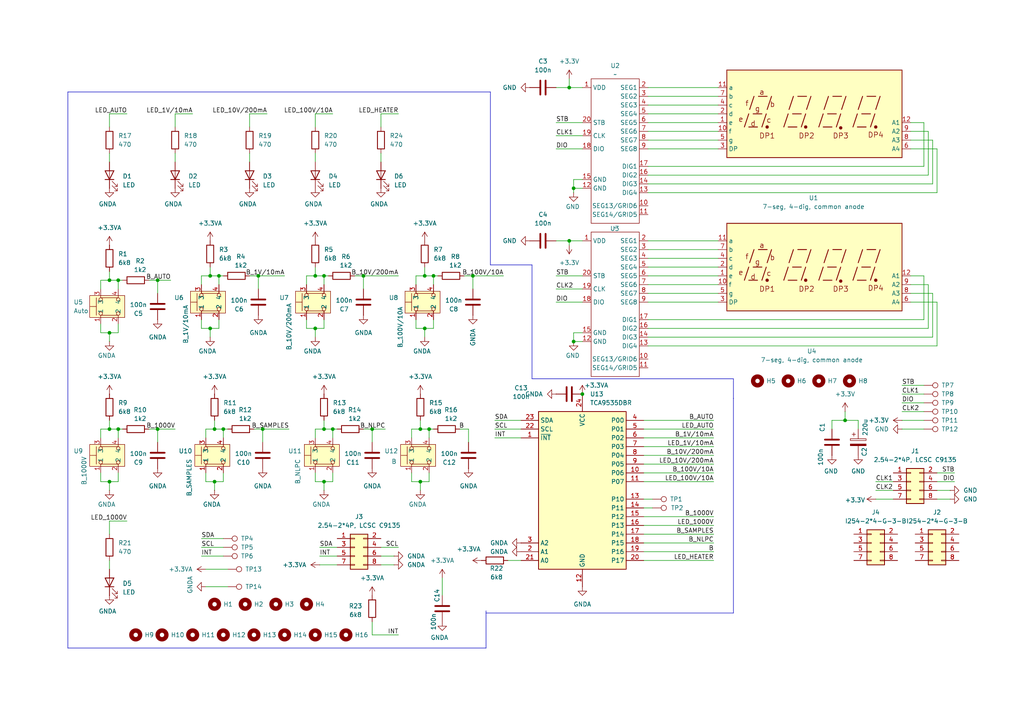
<source format=kicad_sch>
(kicad_sch (version 20231120) (generator "eeschema") (generator_version "8.0")
  (paper "A4")
  (lib_symbols
    (symbol "Connector:TestPoint" (pin_numbers hide) (pin_names (offset 0.762) hide)
      (property "Reference" "TP" (at 0 6.858 0))
      (property "Value" "TestPoint" (at 0 5.08 0))
      (symbol "TestPoint_1_1"
        (pin passive line (at 0 0 90) (length 2.54) (name "1") (number "1"))
      )
    )
    (symbol "Connector_Generic:Conn_02x04_Odd_Even" (pin_names (offset 1.016) hide)
      (property "Reference" "J" (at 1.27 5.08 0))
      (property "Value" "Conn_02x04_Odd_Even" (at 1.27 -7.62 0))
      (symbol "Conn_02x04_Odd_Even_1_1"
        (pin passive line (at -5.08 2.54 0) (length 3.81) (name "Pin_1") (number "1"))
        (pin passive line (at 7.62 2.54 180) (length 3.81) (name "Pin_2") (number "2"))
        (pin passive line (at -5.08 0 0) (length 3.81) (name "Pin_3") (number "3"))
        (pin passive line (at 7.62 0 180) (length 3.81) (name "Pin_4") (number "4"))
        (pin passive line (at -5.08 -2.54 0) (length 3.81) (name "Pin_5") (number "5"))
        (pin passive line (at 7.62 -2.54 180) (length 3.81) (name "Pin_6") (number "6"))
        (pin passive line (at -5.08 -5.08 0) (length 3.81) (name "Pin_7") (number "7"))
        (pin passive line (at 7.62 -5.08 180) (length 3.81) (name "Pin_8") (number "8"))
      )
    )
    (symbol "Device:C" (pin_numbers hide) (pin_names (offset 0.254))
      (property "Reference" "C" (at 0.635 2.54 0))
      (property "Value" "C" (at 0.635 -2.54 0))
      (symbol "C_1_1"
        (pin passive line (at 0 3.81 270) (length 2.794) (name "~") (number "1"))
        (pin passive line (at 0 -3.81 90) (length 2.794) (name "~") (number "2"))
      )
    )
    (symbol "Device:C_Polarized" (pin_numbers hide) (pin_names (offset 0.254))
      (property "Reference" "C" (at 0.635 2.54 0))
      (property "Value" "C_Polarized" (at 0.635 -2.54 0))
      (symbol "C_Polarized_1_1"
        (pin passive line (at 0 3.81 270) (length 2.794) (name "~") (number "1"))
        (pin passive line (at 0 -3.81 90) (length 2.794) (name "~") (number "2"))
      )
    )
    (symbol "Device:LED" (pin_numbers hide) (pin_names (offset 1.016) hide)
      (property "Reference" "D" (at 0 2.54 0))
      (property "Value" "LED" (at 0 -2.54 0))
      (symbol "LED_1_1"
        (pin passive line (at -3.81 0 0) (length 2.54) (name "K") (number "1"))
        (pin passive line (at 3.81 0 180) (length 2.54) (name "A") (number "2"))
      )
    )
    (symbol "Device:R" (pin_numbers hide) (pin_names (offset 0))
      (property "Reference" "R" (at 2.032 0 90))
      (property "Value" "R" (at 0 0 90))
      (symbol "R_1_1"
        (pin passive line (at 0 3.81 270) (length 1.27) (name "~") (number "1"))
        (pin passive line (at 0 -3.81 90) (length 1.27) (name "~") (number "2"))
      )
    )
    (symbol "Interface_Expansion:TCA9535DBR"
      (property "Reference" "U" (at -11.43 24.13 0))
      (property "Value" "TCA9535DBR" (at 0 0 0))
      (symbol "TCA9535DBR_1_1"
        (pin open_collector line (at -17.78 15.24 0) (length 5.08) (name "~{INT}") (number "1"))
        (pin bidirectional line (at 17.78 5.08 180) (length 5.08) (name "P06") (number "10"))
        (pin bidirectional line (at 17.78 2.54 180) (length 5.08) (name "P07") (number "11"))
        (pin power_in line (at 0 -27.94 90) (length 5.08) (name "GND") (number "12"))
        (pin bidirectional line (at 17.78 -2.54 180) (length 5.08) (name "P10") (number "13"))
        (pin bidirectional line (at 17.78 -5.08 180) (length 5.08) (name "P11") (number "14"))
        (pin bidirectional line (at 17.78 -7.62 180) (length 5.08) (name "P12") (number "15"))
        (pin bidirectional line (at 17.78 -10.16 180) (length 5.08) (name "P13") (number "16"))
        (pin bidirectional line (at 17.78 -12.7 180) (length 5.08) (name "P14") (number "17"))
        (pin bidirectional line (at 17.78 -15.24 180) (length 5.08) (name "P15") (number "18"))
        (pin bidirectional line (at 17.78 -17.78 180) (length 5.08) (name "P16") (number "19"))
        (pin input line (at -17.78 -17.78 0) (length 5.08) (name "A1") (number "2"))
        (pin bidirectional line (at 17.78 -20.32 180) (length 5.08) (name "P17") (number "20"))
        (pin input line (at -17.78 -20.32 0) (length 5.08) (name "A0") (number "21"))
        (pin input line (at -17.78 17.78 0) (length 5.08) (name "SCL") (number "22"))
        (pin bidirectional line (at -17.78 20.32 0) (length 5.08) (name "SDA") (number "23"))
        (pin power_in line (at 0 27.94 270) (length 5.08) (name "VCC") (number "24"))
        (pin input line (at -17.78 -15.24 0) (length 5.08) (name "A2") (number "3"))
        (pin bidirectional line (at 17.78 20.32 180) (length 5.08) (name "P00") (number "4"))
        (pin bidirectional line (at 17.78 17.78 180) (length 5.08) (name "P01") (number "5"))
        (pin bidirectional line (at 17.78 15.24 180) (length 5.08) (name "P02") (number "6"))
        (pin bidirectional line (at 17.78 12.7 180) (length 5.08) (name "P03") (number "7"))
        (pin bidirectional line (at 17.78 10.16 180) (length 5.08) (name "P04") (number "8"))
        (pin bidirectional line (at 17.78 7.62 180) (length 5.08) (name "P05") (number "9"))
      )
    )
    (symbol "Mechanical:MountingHole" (pin_names (offset 1.016)) (exclude_from_sim yes) (in_bom no)
      (property "Reference" "H" (at 0 5.08 0))
      (property "Value" "MountingHole" (at 0 3.175 0))
    )
    (symbol "Passives:7_segment,_4_dig,_0.4_inch_anode"
      (property "Reference" "U" (at -21.336 13.462 0))
      (property "Value" "7-seg, 4-dig, common anode" (at -4.064 13.716 0))
      (symbol "7_segment,_4_dig,_0.4_inch_anode_0_0"
        (text "a" (at -15.24 6.35 0) (effects (font (size 1.524 1.524))))
        (text "b" (at -12.192 2.794 0) (effects (font (size 1.524 1.524))))
        (text "c" (at -13.208 -1.778 0) (effects (font (size 1.524 1.524))))
        (text "d" (at -17.78 -2.794 0) (effects (font (size 1.524 1.524))))
        (text "DP1" (at -13.716 -6.35 0) (effects (font (size 1.524 1.524))))
        (text "DP2" (at -2.286 -6.35 0) (effects (font (size 1.524 1.524))))
        (text "DP3" (at 7.62 -6.35 0) (effects (font (size 1.524 1.524))))
        (text "DP4" (at 17.78 -6.096 0) (effects (font (size 1.524 1.524))))
        (text "e" (at -21.336 -1.524 0) (effects (font (size 1.524 1.524))))
        (text "f" (at -19.558 3.048 0) (effects (font (size 1.524 1.524))))
        (text "g" (at -16.51 1.524 0) (effects (font (size 1.524 1.524))))
      )
      (symbol "7_segment,_4_dig,_0.4_inch_anode_1_1"
        (pin input line (at -27.94 -2.54 0) (length 2.54) (name "e") (number "1"))
        (pin input line (at -27.94 -5.08 0) (length 2.54) (name "f") (number "10"))
        (pin input line (at -27.94 7.62 0) (length 2.54) (name "a") (number "11"))
        (pin input line (at 27.94 -2.54 180) (length 2.54) (name "A1") (number "12"))
        (pin input line (at -27.94 0 0) (length 2.54) (name "d") (number "2"))
        (pin input line (at -27.94 -10.16 0) (length 2.54) (name "DP") (number "3"))
        (pin input line (at -27.94 2.54 0) (length 2.54) (name "c") (number "4"))
        (pin input line (at -27.94 -7.62 0) (length 2.54) (name "g") (number "5"))
        (pin input line (at 27.94 -10.16 180) (length 2.54) (name "A4") (number "6"))
        (pin input line (at -27.94 5.08 0) (length 2.54) (name "b") (number "7"))
        (pin input line (at 27.94 -7.62 180) (length 2.54) (name "A3") (number "8"))
        (pin input line (at 27.94 -5.08 180) (length 2.54) (name "A2") (number "9"))
      )
    )
    (symbol "Passives:Tact_Button_SMD_Gold"
      (property "Reference" "U" (at 0.254 13.97 0))
      (property "Value" "Tact_Button_SMD_Gold" (at 0.254 13.97 0))
      (symbol "Tact_Button_SMD_Gold_0_1"
        (pin passive line (at -5.08 1.27 0) (length 2.54) (name "1") (number "1"))
        (pin passive line (at 5.08 -3.81 180) (length 2.54) (name "4") (number "4"))
      )
      (symbol "Tact_Button_SMD_Gold_1_1"
        (pin passive line (at -5.08 -3.81 0) (length 2.54) (name "2") (number "2"))
        (pin passive line (at 5.08 1.27 180) (length 2.54) (name "3") (number "3"))
      )
    )
    (symbol "lib:AIP1620"
      (property "Reference" "U" (at 0.508 25.4 0))
      (symbol "AIP1620_1_1"
        (pin power_in line (at -10.16 17.78 0) (length 2.54) (name "VDD") (number "1"))
        (pin output line (at 8.89 -16.51 180) (length 2.54) (name "SEG13/GRID6") (number "10"))
        (pin output line (at 8.89 -19.05 180) (length 2.54) (name "SEG14/GRID5") (number "11"))
        (pin power_out line (at -10.16 -11.43 0) (length 2.54) (name "GND") (number "12"))
        (pin output line (at 8.89 -12.7 180) (length 2.54) (name "DIG4") (number "13"))
        (pin output line (at 8.89 -10.16 180) (length 2.54) (name "DIG3") (number "14"))
        (pin power_out line (at -10.16 -8.89 0) (length 2.54) (name "GND") (number "15"))
        (pin output line (at 8.89 -7.62 180) (length 2.54) (name "DIG2") (number "16"))
        (pin output line (at 8.89 -5.08 180) (length 2.54) (name "DIG1") (number "17"))
        (pin input line (at -10.16 0 0) (length 2.54) (name "DIO") (number "18"))
        (pin input line (at -10.16 3.81 0) (length 2.54) (name "CLK") (number "19"))
        (pin output line (at 8.89 17.78 180) (length 2.54) (name "SEG1") (number "2"))
        (pin input line (at -10.16 7.62 0) (length 2.54) (name "STB") (number "20"))
        (pin output line (at 8.89 15.24 180) (length 2.54) (name "SEG2") (number "3"))
        (pin output line (at 8.89 12.7 180) (length 2.54) (name "SEG3") (number "4"))
        (pin output line (at 8.89 10.16 180) (length 2.54) (name "SEG4") (number "5"))
        (pin output line (at 8.89 7.62 180) (length 2.54) (name "SEG5") (number "6"))
        (pin output line (at 8.89 5.08 180) (length 2.54) (name "SEG6") (number "7"))
        (pin output line (at 8.89 2.54 180) (length 2.54) (name "SEG7") (number "8"))
        (pin output line (at 8.89 0 180) (length 2.54) (name "SEG8") (number "9"))
      )
    )
    (symbol "power:+3.3V" (power) (pin_numbers hide) (pin_names (offset 0) hide)
      (property "Value" "+3.3V" (at 0 3.556 0))
      (symbol "+3.3V_1_1"
        (pin power_in line (at 0 0 90) (length 0) (name "~") (number "1"))
      )
    )
    (symbol "power:+3.3VA" (power) (pin_numbers hide) (pin_names (offset 0) hide)
      (property "Value" "+3.3VA" (at 0 3.556 0))
      (symbol "+3.3VA_1_1"
        (pin power_in line (at 0 0 90) (length 0) (name "~") (number "1"))
      )
    )
    (symbol "power:GND" (power) (pin_numbers hide) (pin_names (offset 0) hide)
      (property "Value" "GND" (at 0 -3.81 0))
      (symbol "GND_1_1"
        (pin power_in line (at 0 0 270) (length 0) (name "~") (number "1"))
      )
    )
  )
  (junction (at 124.46 124.46))
  (junction (at 31.75 124.46))
  (junction (at 63.5 80.01))
  (junction (at 105.41 80.01))
  (junction (at 91.44 95.25))
  (junction (at 45.72 124.46))
  (junction (at 31.75 96.52))
  (junction (at 93.98 124.46))
  (junction (at 165.1 25.4))
  (junction (at 62.23 124.46))
  (junction (at 64.77 124.46))
  (junction (at 121.92 139.7))
  (junction (at 76.2 124.46))
  (junction (at 91.44 80.01))
  (junction (at 60.96 95.25))
  (junction (at 93.98 80.01))
  (junction (at 137.16 80.01))
  (junction (at 31.75 81.28))
  (junction (at 245.11 121.92))
  (junction (at 34.29 81.28))
  (junction (at 166.37 54.61))
  (junction (at 121.92 124.46))
  (junction (at 125.73 80.01))
  (junction (at 166.37 99.06))
  (junction (at 96.52 124.46))
  (junction (at 93.98 139.7))
  (junction (at 123.19 80.01))
  (junction (at 62.23 139.7))
  (junction (at 31.75 139.7))
  (junction (at 45.72 81.28))
  (junction (at 168.91 114.3))
  (junction (at 107.95 124.46))
  (junction (at 74.93 80.01))
  (junction (at 34.29 124.46))
  (junction (at 123.19 95.25))
  (junction (at 165.1 69.85))
  (junction (at 60.96 80.01))
  (wire (pts (xy 107.95 184.15) (xy 107.95 180.34)))
  (polyline (pts (xy 212.725 115.57) (xy 212.725 177.8)))
  (wire (pts (xy 72.39 36.83) (xy 72.39 33.02)))
  (wire (pts (xy 31.75 81.28) (xy 34.29 81.28)))
  (wire (pts (xy 92.71 161.29) (xy 97.79 161.29)))
  (wire (pts (xy 267.97 80.01) (xy 264.16 80.01)))
  (wire (pts (xy 166.37 96.52) (xy 166.37 99.06)))
  (wire (pts (xy 267.97 35.56) (xy 264.16 35.56)))
  (wire (pts (xy 107.95 124.46) (xy 111.76 124.46)))
  (wire (pts (xy 63.5 95.25) (xy 63.5 92.71)))
  (wire (pts (xy 124.46 124.46) (xy 125.73 124.46)))
  (wire (pts (xy 241.3 124.46) (xy 241.3 121.92)))
  (wire (pts (xy 119.38 137.16) (xy 119.38 139.7)))
  (wire (pts (xy 93.98 80.01) (xy 93.98 82.55)))
  (wire (pts (xy 270.51 40.64) (xy 264.16 40.64)))
  (wire (pts (xy 34.29 124.46) (xy 35.56 124.46)))
  (wire (pts (xy 58.42 82.55) (xy 58.42 80.01)))
  (wire (pts (xy 88.9 80.01) (xy 91.44 80.01)))
  (wire (pts (xy 187.96 48.26) (xy 267.97 48.26)))
  (wire (pts (xy 254 139.7) (xy 259.08 139.7)))
  (wire (pts (xy 29.21 124.46) (xy 31.75 124.46)))
  (wire (pts (xy 267.97 121.92) (xy 261.62 121.92)))
  (wire (pts (xy 29.21 139.7) (xy 31.75 139.7)))
  (wire (pts (xy 31.75 33.02) (xy 36.83 33.02)))
  (polyline (pts (xy 140.97 187.96) (xy 19.685 187.96)))
  (wire (pts (xy 270.51 85.09) (xy 264.16 85.09)))
  (wire (pts (xy 31.75 124.46) (xy 34.29 124.46)))
  (polyline (pts (xy 212.725 115.57) (xy 212.725 115.57)))
  (wire (pts (xy 120.65 80.01) (xy 123.19 80.01)))
  (wire (pts (xy 187.96 82.55) (xy 208.28 82.55)))
  (wire (pts (xy 88.9 95.25) (xy 91.44 95.25)))
  (wire (pts (xy 91.44 95.25) (xy 91.44 97.79)))
  (wire (pts (xy 248.92 121.92) (xy 248.92 124.46)))
  (wire (pts (xy 187.96 33.02) (xy 208.28 33.02)))
  (wire (pts (xy 161.29 69.85) (xy 165.1 69.85)))
  (wire (pts (xy 88.9 92.71) (xy 88.9 95.25)))
  (wire (pts (xy 187.96 38.1) (xy 208.28 38.1)))
  (wire (pts (xy 43.18 81.28) (xy 45.72 81.28)))
  (wire (pts (xy 168.91 52.07) (xy 166.37 52.07)))
  (polyline (pts (xy 142.24 76.835) (xy 154.305 76.835)))
  (wire (pts (xy 91.44 137.16) (xy 91.44 139.7)))
  (wire (pts (xy 62.23 139.7) (xy 64.77 139.7)))
  (wire (pts (xy 29.21 127) (xy 29.21 124.46)))
  (wire (pts (xy 125.73 95.25) (xy 125.73 92.71)))
  (wire (pts (xy 60.96 95.25) (xy 63.5 95.25)))
  (polyline (pts (xy 19.685 26.67) (xy 142.24 26.67)))
  (wire (pts (xy 161.29 35.56) (xy 168.91 35.56)))
  (wire (pts (xy 72.39 80.01) (xy 74.93 80.01)))
  (wire (pts (xy 31.75 36.83) (xy 31.75 33.02)))
  (wire (pts (xy 207.01 149.86) (xy 186.69 149.86)))
  (wire (pts (xy 121.92 124.46) (xy 124.46 124.46)))
  (wire (pts (xy 74.93 80.01) (xy 82.55 80.01)))
  (wire (pts (xy 120.65 82.55) (xy 120.65 80.01)))
  (wire (pts (xy 31.75 154.94) (xy 31.75 151.13)))
  (wire (pts (xy 121.92 121.92) (xy 121.92 124.46)))
  (wire (pts (xy 93.98 139.7) (xy 93.98 142.24)))
  (wire (pts (xy 115.57 184.15) (xy 107.95 184.15)))
  (wire (pts (xy 134.62 80.01) (xy 137.16 80.01)))
  (wire (pts (xy 187.96 50.8) (xy 269.24 50.8)))
  (wire (pts (xy 34.29 96.52) (xy 34.29 93.98)))
  (wire (pts (xy 125.73 80.01) (xy 127 80.01)))
  (wire (pts (xy 50.8 36.83) (xy 50.8 33.02)))
  (wire (pts (xy 123.19 95.25) (xy 123.19 97.79)))
  (wire (pts (xy 271.78 55.88) (xy 271.78 43.18)))
  (wire (pts (xy 187.96 30.48) (xy 208.28 30.48)))
  (wire (pts (xy 91.44 80.01) (xy 93.98 80.01)))
  (wire (pts (xy 123.19 80.01) (xy 125.73 80.01)))
  (wire (pts (xy 166.37 54.61) (xy 168.91 54.61)))
  (wire (pts (xy 114.3 163.83) (xy 110.49 163.83)))
  (wire (pts (xy 72.39 44.45) (xy 72.39 46.99)))
  (polyline (pts (xy 154.305 109.855) (xy 212.725 109.855)))
  (wire (pts (xy 186.69 127) (xy 207.01 127)))
  (wire (pts (xy 161.29 43.18) (xy 168.91 43.18)))
  (polyline (pts (xy 140.97 177.165) (xy 140.97 187.96)))
  (wire (pts (xy 58.42 92.71) (xy 58.42 95.25)))
  (wire (pts (xy 267.97 111.76) (xy 261.62 111.76)))
  (wire (pts (xy 165.1 25.4) (xy 168.91 25.4)))
  (wire (pts (xy 96.52 139.7) (xy 96.52 137.16)))
  (wire (pts (xy 165.1 69.85) (xy 168.91 69.85)))
  (wire (pts (xy 143.51 124.46) (xy 151.13 124.46)))
  (wire (pts (xy 168.91 96.52) (xy 166.37 96.52)))
  (wire (pts (xy 115.57 158.75) (xy 110.49 158.75)))
  (wire (pts (xy 91.44 95.25) (xy 93.98 95.25)))
  (wire (pts (xy 269.24 82.55) (xy 264.16 82.55)))
  (wire (pts (xy 207.01 139.7) (xy 186.69 139.7)))
  (wire (pts (xy 43.18 124.46) (xy 45.72 124.46)))
  (wire (pts (xy 161.29 80.01) (xy 168.91 80.01)))
  (wire (pts (xy 270.51 97.79) (xy 270.51 85.09)))
  (wire (pts (xy 74.93 80.01) (xy 74.93 83.82)))
  (wire (pts (xy 187.96 87.63) (xy 208.28 87.63)))
  (polyline (pts (xy 142.24 26.67) (xy 142.24 76.835)))
  (wire (pts (xy 110.49 36.83) (xy 110.49 33.02)))
  (wire (pts (xy 93.98 121.92) (xy 93.98 124.46)))
  (wire (pts (xy 166.37 99.06) (xy 168.91 99.06)))
  (wire (pts (xy 64.77 124.46) (xy 66.04 124.46)))
  (wire (pts (xy 187.96 72.39) (xy 208.28 72.39)))
  (wire (pts (xy 207.01 162.56) (xy 186.69 162.56)))
  (wire (pts (xy 267.97 119.38) (xy 261.62 119.38)))
  (wire (pts (xy 267.97 114.3) (xy 261.62 114.3)))
  (wire (pts (xy 91.44 124.46) (xy 93.98 124.46)))
  (wire (pts (xy 269.24 95.25) (xy 269.24 82.55)))
  (wire (pts (xy 128.27 167.64) (xy 128.27 172.72)))
  (wire (pts (xy 60.96 95.25) (xy 60.96 97.79)))
  (wire (pts (xy 59.69 139.7) (xy 62.23 139.7)))
  (wire (pts (xy 91.44 44.45) (xy 91.44 46.99)))
  (wire (pts (xy 275.59 144.78) (xy 271.78 144.78)))
  (wire (pts (xy 91.44 127) (xy 91.44 124.46)))
  (wire (pts (xy 187.96 74.93) (xy 208.28 74.93)))
  (wire (pts (xy 269.24 50.8) (xy 269.24 38.1)))
  (wire (pts (xy 45.72 124.46) (xy 50.8 124.46)))
  (wire (pts (xy 58.42 80.01) (xy 60.96 80.01)))
  (wire (pts (xy 124.46 139.7) (xy 124.46 137.16)))
  (wire (pts (xy 50.8 44.45) (xy 50.8 46.99)))
  (wire (pts (xy 92.71 163.83) (xy 97.79 163.83)))
  (wire (pts (xy 187.96 40.64) (xy 208.28 40.64)))
  (wire (pts (xy 110.49 44.45) (xy 110.49 46.99)))
  (wire (pts (xy 59.69 165.1) (xy 66.04 165.1)))
  (wire (pts (xy 105.41 80.01) (xy 115.57 80.01)))
  (wire (pts (xy 31.75 96.52) (xy 34.29 96.52)))
  (wire (pts (xy 267.97 124.46) (xy 261.62 124.46)))
  (wire (pts (xy 207.01 134.62) (xy 186.69 134.62)))
  (wire (pts (xy 189.23 144.78) (xy 186.69 144.78)))
  (wire (pts (xy 269.24 38.1) (xy 264.16 38.1)))
  (wire (pts (xy 64.77 139.7) (xy 64.77 137.16)))
  (wire (pts (xy 187.96 69.85) (xy 208.28 69.85)))
  (wire (pts (xy 102.87 80.01) (xy 105.41 80.01)))
  (wire (pts (xy 45.72 81.28) (xy 49.53 81.28)))
  (wire (pts (xy 31.75 139.7) (xy 31.75 142.24)))
  (wire (pts (xy 59.69 137.16) (xy 59.69 139.7)))
  (wire (pts (xy 119.38 124.46) (xy 121.92 124.46)))
  (wire (pts (xy 123.19 95.25) (xy 125.73 95.25)))
  (wire (pts (xy 207.01 129.54) (xy 186.69 129.54)))
  (wire (pts (xy 76.2 124.46) (xy 83.82 124.46)))
  (wire (pts (xy 66.04 170.18) (xy 59.69 170.18)))
  (wire (pts (xy 271.78 43.18) (xy 264.16 43.18)))
  (polyline (pts (xy 212.725 109.855) (xy 212.725 115.57)))
  (wire (pts (xy 60.96 80.01) (xy 63.5 80.01)))
  (wire (pts (xy 267.97 116.84) (xy 261.62 116.84)))
  (wire (pts (xy 107.95 124.46) (xy 107.95 128.27)))
  (wire (pts (xy 271.78 100.33) (xy 271.78 87.63)))
  (wire (pts (xy 96.52 124.46) (xy 97.79 124.46)))
  (wire (pts (xy 120.65 95.25) (xy 123.19 95.25)))
  (wire (pts (xy 34.29 81.28) (xy 34.29 83.82)))
  (wire (pts (xy 207.01 154.94) (xy 186.69 154.94)))
  (polyline (pts (xy 154.305 76.835) (xy 154.305 109.855)))
  (wire (pts (xy 63.5 80.01) (xy 64.77 80.01)))
  (wire (pts (xy 207.01 121.92) (xy 186.69 121.92)))
  (wire (pts (xy 161.29 83.82) (xy 168.91 83.82)))
  (wire (pts (xy 245.11 119.38) (xy 245.11 121.92)))
  (wire (pts (xy 29.21 83.82) (xy 29.21 81.28)))
  (wire (pts (xy 34.29 124.46) (xy 34.29 127)))
  (wire (pts (xy 133.35 124.46) (xy 135.89 124.46)))
  (wire (pts (xy 121.92 139.7) (xy 124.46 139.7)))
  (wire (pts (xy 105.41 124.46) (xy 107.95 124.46)))
  (wire (pts (xy 29.21 96.52) (xy 31.75 96.52)))
  (wire (pts (xy 88.9 82.55) (xy 88.9 80.01)))
  (wire (pts (xy 241.3 121.92) (xy 245.11 121.92)))
  (wire (pts (xy 31.75 78.74) (xy 31.75 81.28)))
  (wire (pts (xy 135.89 124.46) (xy 135.89 128.27)))
  (wire (pts (xy 93.98 80.01) (xy 95.25 80.01)))
  (wire (pts (xy 45.72 81.28) (xy 45.72 85.09)))
  (wire (pts (xy 161.29 87.63) (xy 168.91 87.63)))
  (polyline (pts (xy 19.685 26.67) (xy 19.685 187.96)))
  (wire (pts (xy 91.44 139.7) (xy 93.98 139.7)))
  (wire (pts (xy 271.78 87.63) (xy 264.16 87.63)))
  (wire (pts (xy 120.65 92.71) (xy 120.65 95.25)))
  (wire (pts (xy 29.21 81.28) (xy 31.75 81.28)))
  (wire (pts (xy 31.75 139.7) (xy 34.29 139.7)))
  (wire (pts (xy 187.96 100.33) (xy 271.78 100.33)))
  (wire (pts (xy 64.77 156.21) (xy 58.42 156.21)))
  (wire (pts (xy 63.5 80.01) (xy 63.5 82.55)))
  (wire (pts (xy 93.98 139.7) (xy 96.52 139.7)))
  (wire (pts (xy 93.98 95.25) (xy 93.98 92.71)))
  (wire (pts (xy 137.16 80.01) (xy 146.05 80.01)))
  (wire (pts (xy 207.01 137.16) (xy 186.69 137.16)))
  (wire (pts (xy 275.59 142.24) (xy 271.78 142.24)))
  (wire (pts (xy 31.75 96.52) (xy 31.75 99.06)))
  (wire (pts (xy 62.23 139.7) (xy 62.23 142.24)))
  (wire (pts (xy 270.51 53.34) (xy 270.51 40.64)))
  (wire (pts (xy 58.42 95.25) (xy 60.96 95.25)))
  (wire (pts (xy 105.41 80.01) (xy 105.41 83.82)))
  (wire (pts (xy 187.96 95.25) (xy 269.24 95.25)))
  (wire (pts (xy 187.96 25.4) (xy 208.28 25.4)))
  (wire (pts (xy 187.96 35.56) (xy 208.28 35.56)))
  (wire (pts (xy 161.29 39.37) (xy 168.91 39.37)))
  (wire (pts (xy 187.96 55.88) (xy 271.78 55.88)))
  (wire (pts (xy 31.75 44.45) (xy 31.75 46.99)))
  (wire (pts (xy 62.23 124.46) (xy 64.77 124.46)))
  (wire (pts (xy 186.69 124.46) (xy 207.01 124.46)))
  (wire (pts (xy 187.96 92.71) (xy 267.97 92.71)))
  (wire (pts (xy 91.44 77.47) (xy 91.44 80.01)))
  (wire (pts (xy 31.75 121.92) (xy 31.75 124.46)))
  (wire (pts (xy 64.77 161.29) (xy 58.42 161.29)))
  (wire (pts (xy 110.49 33.02) (xy 115.57 33.02)))
  (wire (pts (xy 34.29 81.28) (xy 35.56 81.28)))
  (wire (pts (xy 207.01 157.48) (xy 186.69 157.48)))
  (wire (pts (xy 137.16 80.01) (xy 137.16 83.82)))
  (wire (pts (xy 124.46 124.46) (xy 124.46 127)))
  (wire (pts (xy 207.01 152.4) (xy 186.69 152.4)))
  (wire (pts (xy 166.37 55.88) (xy 166.37 54.61)))
  (wire (pts (xy 119.38 127) (xy 119.38 124.46)))
  (wire (pts (xy 147.32 162.56) (xy 151.13 162.56)))
  (wire (pts (xy 34.29 139.7) (xy 34.29 137.16)))
  (wire (pts (xy 123.19 77.47) (xy 123.19 80.01)))
  (wire (pts (xy 96.52 124.46) (xy 96.52 127)))
  (wire (pts (xy 91.44 33.02) (xy 96.52 33.02)))
  (wire (pts (xy 187.96 27.94) (xy 208.28 27.94)))
  (wire (pts (xy 166.37 52.07) (xy 166.37 54.61)))
  (polyline (pts (xy 212.725 177.8) (xy 140.97 177.8)))
  (wire (pts (xy 187.96 85.09) (xy 208.28 85.09)))
  (wire (pts (xy 62.23 121.92) (xy 62.23 124.46)))
  (wire (pts (xy 187.96 97.79) (xy 270.51 97.79)))
  (wire (pts (xy 93.98 124.46) (xy 96.52 124.46)))
  (wire (pts (xy 254 142.24) (xy 259.08 142.24)))
  (wire (pts (xy 143.51 127) (xy 151.13 127)))
  (wire (pts (xy 119.38 139.7) (xy 121.92 139.7)))
  (wire (pts (xy 31.75 162.56) (xy 31.75 165.1)))
  (wire (pts (xy 276.86 137.16) (xy 271.78 137.16)))
  (wire (pts (xy 59.69 124.46) (xy 62.23 124.46)))
  (wire (pts (xy 91.44 36.83) (xy 91.44 33.02)))
  (wire (pts (xy 76.2 124.46) (xy 76.2 128.27)))
  (wire (pts (xy 72.39 33.02) (xy 77.47 33.02)))
  (wire (pts (xy 64.77 158.75) (xy 58.42 158.75)))
  (wire (pts (xy 187.96 80.01) (xy 208.28 80.01)))
  (wire (pts (xy 165.1 22.86) (xy 165.1 25.4)))
  (wire (pts (xy 64.77 124.46) (xy 64.77 127)))
  (wire (pts (xy 143.51 121.92) (xy 151.13 121.92)))
  (wire (pts (xy 73.66 124.46) (xy 76.2 124.46)))
  (wire (pts (xy 161.29 25.4) (xy 165.1 25.4)))
  (wire (pts (xy 125.73 80.01) (xy 125.73 82.55)))
  (wire (pts (xy 121.92 139.7) (xy 121.92 142.24)))
  (wire (pts (xy 165.1 71.12) (xy 165.1 69.85)))
  (wire (pts (xy 267.97 92.71) (xy 267.97 80.01)))
  (wire (pts (xy 50.8 33.02) (xy 55.88 33.02)))
  (wire (pts (xy 267.97 48.26) (xy 267.97 35.56)))
  (wire (pts (xy 189.23 147.32) (xy 186.69 147.32)))
  (wire (pts (xy 254 144.78) (xy 259.08 144.78)))
  (wire (pts (xy 29.21 93.98) (xy 29.21 96.52)))
  (wire (pts (xy 45.72 124.46) (xy 45.72 128.27)))
  (wire (pts (xy 186.69 132.08) (xy 207.01 132.08)))
  (wire (pts (xy 59.69 127) (xy 59.69 124.46)))
  (wire (pts (xy 245.11 121.92) (xy 248.92 121.92)))
  (wire (pts (xy 114.3 161.29) (xy 110.49 161.29)))
  (wire (pts (xy 31.75 151.13) (xy 36.83 151.13)))
  (wire (pts (xy 60.96 77.47) (xy 60.96 80.01)))
  (wire (pts (xy 29.21 137.16) (xy 29.21 139.7)))
  (wire (pts (xy 187.96 43.18) (xy 208.28 43.18)))
  (wire (pts (xy 92.71 158.75) (xy 97.79 158.75)))
  (wire (pts (xy 187.96 77.47) (xy 208.28 77.47)))
  (wire (pts (xy 187.96 53.34) (xy 270.51 53.34)))
  (wire (pts (xy 276.86 139.7) (xy 271.78 139.7)))
  (wire (pts (xy 207.01 160.02) (xy 186.69 160.02)))
  (label "INT" (at 115.57 184.15 180))
  (label "B_SAMPLES" (at 207.01 154.94 180))
  (label "B_1V{slash}10mA" (at 207.01 127 180))
  (label "SDA" (at 92.71 158.75 0))
  (label "INT" (at 143.51 127 0))
  (label "SCL" (at 58.42 158.75 0))
  (label "B_NLPC" (at 111.76 124.46 180))
  (label "DIO" (at 161.29 43.18 0))
  (label "STB" (at 161.29 35.56 0))
  (label "LED_1000V" (at 207.01 152.4 180))
  (label "LED_1V{slash}10mA" (at 55.88 33.02 180))
  (label "LED_10V{slash}200mA" (at 77.47 33.02 180))
  (label "B_10V{slash}200mA" (at 207.01 132.08 180))
  (label "DIO" (at 276.86 139.7 180))
  (label "LED_1V{slash}10mA" (at 207.01 129.54 180))
  (label "STB" (at 161.29 80.01 0))
  (label "B" (at 207.01 160.02 180))
  (label "B_1V{slash}10mA" (at 82.55 80.01 180))
  (label "STB" (at 276.86 137.16 180))
  (label "DIO" (at 261.62 116.84 0))
  (label "B_AUTO" (at 49.53 81.28 180))
  (label "DIO" (at 161.29 87.63 0))
  (label "INT" (at 92.71 161.29 0))
  (label "LED_100V{slash}10A" (at 207.01 139.7 180))
  (label "SDA" (at 143.51 121.92 0))
  (label "INT" (at 58.42 161.29 0))
  (label "CLK2" (at 161.29 83.82 0))
  (label "B_100V{slash}10A" (at 207.01 137.16 180))
  (label "LED_1000V" (at 36.83 151.13 180))
  (label "CLK2" (at 261.62 119.38 0))
  (label "STB" (at 261.62 111.76 0))
  (label "LED_AUTO" (at 207.01 124.46 180))
  (label "B" (at 134.62 124.46 180))
  (label "LED_AUTO" (at 36.83 33.02 180))
  (label "B_1000V" (at 207.01 149.86 180))
  (label "CLK1" (at 254 139.7 0))
  (label "B_NLPC" (at 207.01 157.48 180))
  (label "SCL" (at 115.57 158.75 180))
  (label "B_AUTO" (at 207.01 121.92 180))
  (label "LED_100V{slash}10A" (at 96.52 33.02 180))
  (label "SDA" (at 58.42 156.21 0))
  (label "CLK1" (at 161.29 39.37 0))
  (label "LED_HEATER" (at 115.57 33.02 180))
  (label "B_10V{slash}200mA" (at 115.57 80.01 180))
  (label "B_100V{slash}10A" (at 146.05 80.01 180))
  (label "CLK1" (at 261.62 114.3 0))
  (label "CLK2" (at 254 142.24 0))
  (label "LED_10V{slash}200mA" (at 207.01 134.62 180))
  (label "B_1000V" (at 50.8 124.46 180))
  (label "B_SAMPLES" (at 83.82 124.46 180))
  (label "LED_HEATER" (at 207.01 162.56 180))
  (label "SCL" (at 143.51 124.46 0))
  (symbol (lib_id "Device:LED") (at 72.39 50.8 90) (unit 1)
    (property "Reference" "D3" (at 76.2 51.1174 90) (effects (justify right)))
    (property "Value" "LED" (at 76.2 53.6574 90) (effects (justify right)))
    (property "Footprint" "Passives:led_3mm_mid_hole" (effects (hide yes)))
    (property "Description" "Light emitting diode" (effects (hide yes)))
  )
  (symbol (lib_id "Mechanical:MountingHole") (at 80.01 175.26 0) (unit 1) (exclude_from_sim yes) (in_bom no)
    (property "Reference" "H3" (at 82.55 175.2599 0) (effects (justify left)))
    (property "Value" "MountingHole" (effects (hide yes)))
    (property "Footprint" "MountingHole:MountingHole_3.2mm_M3" (effects (hide yes)))
    (property "Description" "Mounting Hole without connection" (effects (hide yes)))
  )
  (symbol (lib_id "Device:R") (at 31.75 118.11 0) (unit 1)
    (property "Reference" "R9" (at 34.29 116.8399 0) (effects (justify left)))
    (property "Value" "6k8" (at 34.29 119.3799 0) (effects (justify left)))
    (property "Footprint" "Resistor_SMD:R_1206_3216Metric_Pad1.30x1.75mm_HandSolder" (effects (hide yes)))
    (property "Description" "Resistor" (effects (hide yes)))
  )
  (symbol (lib_id "Connector:TestPoint") (at 66.04 170.18 270) (unit 1)
    (property "Reference" "TP14" (at 71.12 170.18 90) (effects (justify left)))
    (property "Value" "TestPoint" (effects (hide yes)))
    (property "Footprint" "Connector_Pin:Pin_D0.9mm_L10.0mm_W2.4mm_FlatFork" (effects (hide yes)))
    (property "Description" "test point" (effects (hide yes)))
  )
  (symbol (lib_id "power:GND") (at 275.59 144.78 90) (unit 1)
    (property "Reference" "#PWR048" (effects (hide yes)))
    (property "Value" "GND" (at 279.4 144.7799 90) (effects (justify right)))
    (property "Description" "Power symbol creates a global label with name \"GND\" , ground" (effects (hide yes)))
  )
  (symbol (lib_id "power:GND") (at 45.72 92.71 0) (unit 1)
    (property "Reference" "#PWR011" (effects (hide yes)))
    (property "Value" "GNDA" (at 45.72 97.79 0))
    (property "Description" "Power symbol creates a global label with name \"GND\" , ground" (effects (hide yes)))
  )
  (symbol (lib_id "Device:R") (at 110.49 40.64 0) (unit 1)
    (property "Reference" "R24" (at 113.03 39.3699 0) (effects (justify left)))
    (property "Value" "470" (at 113.03 41.9099 0) (effects (justify left)))
    (property "Footprint" "Resistor_SMD:R_1206_3216Metric_Pad1.30x1.75mm_HandSolder" (effects (hide yes)))
    (property "Description" "Resistor" (effects (hide yes)))
  )
  (symbol (lib_id "Connector:TestPoint") (at 189.23 147.32 270) (unit 1)
    (property "Reference" "TP2" (at 194.564 147.32 90) (effects (justify left)))
    (property "Value" "TestPoint" (effects (hide yes)))
    (property "Footprint" "Connector_Pin:Pin_D0.9mm_L10.0mm_W2.4mm_FlatFork" (effects (hide yes)))
    (property "Description" "test point" (effects (hide yes)))
  )
  (symbol (lib_id "Mechanical:MountingHole") (at 46.99 184.15 0) (unit 1) (exclude_from_sim yes) (in_bom no)
    (property "Reference" "H10" (at 49.53 184.1499 0) (effects (justify left)))
    (property "Value" "MountingHole" (effects (hide yes)))
    (property "Footprint" "Passives:Hole_3mm" (effects (hide yes)))
    (property "Description" "Mounting Hole without connection" (effects (hide yes)))
  )
  (symbol (lib_id "power:+3.3VA") (at 91.44 69.85 0) (unit 1)
    (property "Reference" "#PWR016" (effects (hide yes)))
    (property "Value" "+3.3VA" (at 91.44 64.77 0))
    (property "Description" "Power symbol creates a global label with name \"+3.3VA\"" (effects (hide yes)))
  )
  (symbol (lib_id "Mechanical:MountingHole") (at 82.55 184.15 0) (unit 1) (exclude_from_sim yes) (in_bom no)
    (property "Reference" "H14" (at 85.09 184.1499 0) (effects (justify left)))
    (property "Value" "MountingHole" (effects (hide yes)))
    (property "Footprint" "Passives:Hole_3mm" (effects (hide yes)))
    (property "Description" "Mounting Hole without connection" (effects (hide yes)))
  )
  (symbol (lib_id "Device:R") (at 91.44 40.64 0) (unit 1)
    (property "Reference" "R20" (at 93.98 39.3699 0) (effects (justify left)))
    (property "Value" "470" (at 93.98 41.9099 0) (effects (justify left)))
    (property "Footprint" "Resistor_SMD:R_1206_3216Metric_Pad1.30x1.75mm_HandSolder" (effects (hide yes)))
    (property "Description" "Resistor" (effects (hide yes)))
  )
  (symbol (lib_id "Device:R") (at 72.39 40.64 0) (unit 1)
    (property "Reference" "R19" (at 74.93 39.3699 0) (effects (justify left)))
    (property "Value" "470" (at 74.93 41.9099 0) (effects (justify left)))
    (property "Footprint" "Resistor_SMD:R_1206_3216Metric_Pad1.30x1.75mm_HandSolder" (effects (hide yes)))
    (property "Description" "Resistor" (effects (hide yes)))
  )
  (symbol (lib_id "Device:C") (at 45.72 88.9 180) (unit 1)
    (property "Reference" "C5" (at 40.132 90.932 0))
    (property "Value" "100n" (at 40.132 88.392 0))
    (property "Footprint" "Capacitor_SMD:C_0805_2012Metric_Pad1.18x1.45mm_HandSolder" (effects (hide yes)))
    (property "Description" "Unpolarized capacitor" (effects (hide yes)))
  )
  (symbol (lib_id "Mechanical:MountingHole") (at 228.6 110.49 0) (unit 1) (exclude_from_sim yes) (in_bom no)
    (property "Reference" "H6" (at 231.14 110.4899 0) (effects (justify left)))
    (property "Value" "MountingHole" (effects (hide yes)))
    (property "Footprint" "MountingHole:MountingHole_3.2mm_M3" (effects (hide yes)))
    (property "Description" "Mounting Hole without connection" (effects (hide yes)))
  )
  (symbol (lib_id "power:GND") (at 161.29 114.3 270) (unit 1)
    (property "Reference" "#PWR039" (effects (hide yes)))
    (property "Value" "GNDA" (at 157.48 114.2999 90) (effects (justify right)))
    (property "Description" "Power symbol creates a global label with name \"GND\" , ground" (effects (hide yes)))
  )
  (symbol (lib_id "power:+3.3VA") (at 123.19 69.85 0) (unit 1)
    (property "Reference" "#PWR019" (effects (hide yes)))
    (property "Value" "+3.3VA" (at 123.19 64.77 0))
    (property "Description" "Power symbol creates a global label with name \"+3.3VA\"" (effects (hide yes)))
  )
  (symbol (lib_id "Device:C_Polarized") (at 248.92 128.27 0) (unit 1)
    (property "Reference" "C2" (at 250.698 131.064 90))
    (property "Value" "220u" (at 250.952 123.952 90))
    (property "Footprint" "Capacitor_Tantalum_SMD:CP_EIA-7343-31_Kemet-D" (effects (hide yes)))
    (property "Description" "Polarized capacitor" (effects (hide yes)))
  )
  (symbol (lib_id "power:+3.3V") (at 165.1 22.86 0) (unit 1)
    (property "Reference" "#PWR04" (effects (hide yes)))
    (property "Value" "+3.3V" (at 165.1 17.78 0))
    (property "Description" "Power symbol creates a global label with name \"+3.3V\"" (effects (hide yes)))
  )
  (symbol (lib_id "power:GND") (at 121.92 142.24 0) (unit 1)
    (property "Reference" "#PWR032" (effects (hide yes)))
    (property "Value" "GNDA" (at 123.698 146.304 0) (effects (justify right)))
    (property "Description" "Power symbol creates a global label with name \"GND\" , ground" (effects (hide yes)))
  )
  (symbol (lib_id "power:+3.3VA") (at 93.98 114.3 0) (unit 1)
    (property "Reference" "#PWR028" (effects (hide yes)))
    (property "Value" "+3.3VA" (at 93.98 109.22 0))
    (property "Description" "Power symbol creates a global label with name \"+3.3VA\"" (effects (hide yes)))
  )
  (symbol (lib_id "Mechanical:MountingHole") (at 237.49 110.49 0) (unit 1) (exclude_from_sim yes) (in_bom no)
    (property "Reference" "H7" (at 240.03 110.4899 0) (effects (justify left)))
    (property "Value" "MountingHole" (effects (hide yes)))
    (property "Footprint" "MountingHole:MountingHole_3.2mm_M3" (effects (hide yes)))
    (property "Description" "Mounting Hole without connection" (effects (hide yes)))
  )
  (symbol (lib_id "Device:LED") (at 110.49 50.8 90) (unit 1)
    (property "Reference" "D6" (at 114.3 51.1174 90) (effects (justify right)))
    (property "Value" "LED" (at 114.3 53.6574 90) (effects (justify right)))
    (property "Footprint" "Passives:led_3mm_mid_hole" (effects (hide yes)))
    (property "Description" "Light emitting diode" (effects (hide yes)))
  )
  (symbol (lib_id "Connector_Generic:Conn_02x04_Odd_Even") (at 102.87 158.75 0) (unit 1)
    (property "Reference" "J3" (at 104.14 149.86 0))
    (property "Value" "2.54-2*4P, LCSC C9135" (at 104.14 152.4 0))
    (property "Footprint" "Connector_IDC:IDC-Header_2x04_P2.54mm_Vertical" (effects (hide yes)))
    (property "Description" "2.54mm Direct Insert 2x4P 4 Simple cow constellation 2.54mm 2 Plugin,P=2.54mm IDC Connectors ROHS" (effects (hide yes)))
  )
  (symbol (lib_id "Device:LED") (at 91.44 50.8 90) (unit 1)
    (property "Reference" "D4" (at 95.25 51.1174 90) (effects (justify right)))
    (property "Value" "LED" (at 95.25 53.6574 90) (effects (justify right)))
    (property "Footprint" "Passives:led_3mm_mid_hole" (effects (hide yes)))
    (property "Description" "Light emitting diode" (effects (hide yes)))
  )
  (symbol (lib_id "Connector:TestPoint") (at 267.97 121.92 270) (unit 1)
    (property "Reference" "TP11" (at 273.05 121.92 90) (effects (justify left)))
    (property "Value" "TestPoint" (effects (hide yes)))
    (property "Footprint" "Connector_Pin:Pin_D0.9mm_L10.0mm_W2.4mm_FlatFork" (effects (hide yes)))
    (property "Description" "test point" (effects (hide yes)))
  )
  (symbol (lib_id "power:GND") (at 59.69 170.18 270) (unit 1)
    (property "Reference" "#PWR040" (effects (hide yes)))
    (property "Value" "GNDA" (at 55.118 172.212 0) (effects (justify right)))
    (property "Description" "Power symbol creates a global label with name \"GND\" , ground" (effects (hide yes)))
  )
  (symbol (lib_id "Device:R") (at 107.95 176.53 0) (unit 1)
    (property "Reference" "R23" (at 103.124 175.768 0))
    (property "Value" "6k8" (at 103.124 178.308 0))
    (property "Footprint" "Resistor_SMD:R_1206_3216Metric_Pad1.30x1.75mm_HandSolder" (effects (hide yes)))
    (property "Description" "Resistor" (effects (hide yes)))
  )
  (symbol (lib_id "power:GND") (at 166.37 99.06 0) (unit 1)
    (property "Reference" "#PWR09" (effects (hide yes)))
    (property "Value" "GND" (at 168.148 103.124 0) (effects (justify right)))
    (property "Description" "Power symbol creates a global label with name \"GND\" , ground" (effects (hide yes)))
  )
  (symbol (lib_id "power:GND") (at 123.19 97.79 0) (unit 1)
    (property "Reference" "#PWR020" (effects (hide yes)))
    (property "Value" "GNDA" (at 124.968 101.854 0) (effects (justify right)))
    (property "Description" "Power symbol creates a global label with name \"GND\" , ground" (effects (hide yes)))
  )
  (symbol (lib_id "power:+3.3V") (at 165.1 71.12 180) (unit 1)
    (property "Reference" "#PWR08" (effects (hide yes)))
    (property "Value" "+3.3V" (at 165.1 76.2 0))
    (property "Description" "Power symbol creates a global label with name \"+3.3V\"" (effects (hide yes)))
  )
  (symbol (lib_id "power:+3.3VA") (at 31.75 114.3 0) (unit 1)
    (property "Reference" "#PWR022" (effects (hide yes)))
    (property "Value" "+3.3VA" (at 31.75 109.22 0))
    (property "Description" "Power symbol creates a global label with name \"+3.3VA\"" (effects (hide yes)))
  )
  (symbol (lib_id "Device:R") (at 130.81 80.01 90) (unit 1)
    (property "Reference" "R8" (at 132.08 74.422 90))
    (property "Value" "1k2" (at 132.08 76.962 90))
    (property "Footprint" "Resistor_SMD:R_1206_3216Metric_Pad1.30x1.75mm_HandSolder" (effects (hide yes)))
    (property "Description" "Resistor" (effects (hide yes)))
  )
  (symbol (lib_id "power:+3.3V") (at 254 144.78 90) (unit 1)
    (property "Reference" "#PWR047" (effects (hide yes)))
    (property "Value" "+3.3V" (at 250.952 145.034 90) (effects (justify left)))
    (property "Description" "Power symbol creates a global label with name \"+3.3V\"" (effects (hide yes)))
  )
  (symbol (lib_id "Connector_Generic:Conn_02x04_Odd_Even") (at 264.16 139.7 0) (unit 1)
    (property "Reference" "J1" (at 265.43 130.81 0))
    (property "Value" "2.54-2*4P, LCSC C9135" (at 265.43 133.35 0))
    (property "Footprint" "Connector_IDC:IDC-Header_2x04_P2.54mm_Vertical" (effects (hide yes)))
    (property "Description" "2.54mm Direct Insert 2x4P 4 Simple cow constellation 2.54mm 2 Plugin,P=2.54mm IDC Connectors ROHS" (effects (hide yes)))
  )
  (symbol (lib_id "power:GND") (at 137.16 91.44 0) (unit 1)
    (property "Reference" "#PWR021" (effects (hide yes)))
    (property "Value" "GNDA" (at 137.1599 95.25 90) (effects (justify right)))
    (property "Description" "Power symbol creates a global label with name \"GND\" , ground" (effects (hide yes)))
  )
  (symbol (lib_id "power:GND") (at 166.37 55.88 0) (unit 1)
    (property "Reference" "#PWR06" (effects (hide yes)))
    (property "Value" "GND" (at 168.148 59.944 0) (effects (justify right)))
    (property "Description" "Power symbol creates a global label with name \"GND\" , ground" (effects (hide yes)))
  )
  (symbol (lib_id "power:+3.3VA") (at 31.75 71.12 0) (unit 1)
    (property "Reference" "#PWR012" (effects (hide yes)))
    (property "Value" "+3.3VA" (at 31.75 66.04 0))
    (property "Description" "Power symbol creates a global label with name \"+3.3VA\"" (effects (hide yes)))
  )
  (symbol (lib_id "power:GND") (at 93.98 142.24 0) (unit 1)
    (property "Reference" "#PWR029" (effects (hide yes)))
    (property "Value" "GNDA" (at 95.758 146.304 0) (effects (justify right)))
    (property "Description" "Power symbol creates a global label with name \"GND\" , ground" (effects (hide yes)))
  )
  (symbol (lib_id "Mechanical:MountingHole") (at 71.12 175.26 0) (unit 1) (exclude_from_sim yes) (in_bom no)
    (property "Reference" "H2" (at 73.66 175.2599 0) (effects (justify left)))
    (property "Value" "MountingHole" (effects (hide yes)))
    (property "Footprint" "MountingHole:MountingHole_3.2mm_M3" (effects (hide yes)))
    (property "Description" "Mounting Hole without connection" (effects (hide yes)))
  )
  (symbol (lib_id "Device:R") (at 99.06 80.01 90) (unit 1)
    (property "Reference" "R6" (at 100.33 74.422 90))
    (property "Value" "1k2" (at 100.33 76.962 90))
    (property "Footprint" "Resistor_SMD:R_1206_3216Metric_Pad1.30x1.75mm_HandSolder" (effects (hide yes)))
    (property "Description" "Resistor" (effects (hide yes)))
  )
  (symbol (lib_id "power:GND") (at 50.8 54.61 0) (unit 1)
    (property "Reference" "#PWR035" (effects (hide yes)))
    (property "Value" "GNDA" (at 52.832 59.182 0) (effects (justify right)))
    (property "Description" "Power symbol creates a global label with name \"GND\" , ground" (effects (hide yes)))
  )
  (symbol (lib_id "Connector:TestPoint") (at 267.97 124.46 270) (unit 1)
    (property "Reference" "TP12" (at 273.05 124.46 90) (effects (justify left)))
    (property "Value" "TestPoint" (effects (hide yes)))
    (property "Footprint" "Connector_Pin:Pin_D0.9mm_L10.0mm_W2.4mm_FlatFork" (effects (hide yes)))
    (property "Description" "test point" (effects (hide yes)))
  )
  (symbol (lib_id "power:GND") (at 168.91 170.18 0) (unit 1)
    (property "Reference" "#PWR041" (effects (hide yes)))
    (property "Value" "GNDA" (at 168.91 175.26 0))
    (property "Description" "Power symbol creates a global label with name \"GND\" , ground" (effects (hide yes)))
  )
  (symbol (lib_id "Device:R") (at 31.75 74.93 0) (unit 1)
    (property "Reference" "R1" (at 34.29 73.6599 0) (effects (justify left)))
    (property "Value" "6k8" (at 34.29 76.1999 0) (effects (justify left)))
    (property "Footprint" "Resistor_SMD:R_1206_3216Metric_Pad1.30x1.75mm_HandSolder" (effects (hide yes)))
    (property "Description" "Resistor" (effects (hide yes)))
  )
  (symbol (lib_id "power:GND") (at 151.13 160.02 270) (unit 1)
    (property "Reference" "#PWR044" (effects (hide yes)))
    (property "Value" "GNDA" (at 147.32 160.0199 90) (effects (justify right)))
    (property "Description" "Power symbol creates a global label with name \"GND\" , ground" (effects (hide yes)))
  )
  (symbol (lib_id "power:GND") (at 91.44 54.61 0) (unit 1)
    (property "Reference" "#PWR037" (effects (hide yes)))
    (property "Value" "GNDA" (at 93.472 59.182 0) (effects (justify right)))
    (property "Description" "Power symbol creates a global label with name \"GND\" , ground" (effects (hide yes)))
  )
  (symbol (lib_id "lib:AIP1620") (at 179.07 87.63 0) (unit 1)
    (property "Reference" "U3" (at 178.308 66.294 0))
    (property "Value" "~" (at 178.435 66.04 0))
    (property "Footprint" "Package_SO:SSOP-20_4.4x6.5mm_P0.65mm" (effects (hide yes)))
  )
  (symbol (lib_id "power:GND") (at 248.92 132.08 0) (unit 1)
    (property "Reference" "#PWR02" (effects (hide yes)))
    (property "Value" "GND" (at 250.952 136.652 0) (effects (justify right)))
    (property "Description" "Power symbol creates a global label with name \"GND\" , ground" (effects (hide yes)))
  )
  (symbol (lib_id "power:+3.3V") (at 261.62 121.92 90) (unit 1)
    (property "Reference" "#PWR045" (effects (hide yes)))
    (property "Value" "+3.3V" (at 257.81 121.9199 90) (effects (justify left)))
    (property "Description" "Power symbol creates a global label with name \"+3.3V\"" (effects (hide yes)))
  )
  (symbol (lib_id "Mechanical:MountingHole") (at 64.77 184.15 0) (unit 1) (exclude_from_sim yes) (in_bom no)
    (property "Reference" "H12" (at 67.31 184.1499 0) (effects (justify left)))
    (property "Value" "MountingHole" (effects (hide yes)))
    (property "Footprint" "Passives:Hole_3mm" (effects (hide yes)))
    (property "Description" "Mounting Hole without connection" (effects (hide yes)))
  )
  (symbol (lib_id "power:GND") (at 261.62 124.46 270) (unit 1)
    (property "Reference" "#PWR046" (effects (hide yes)))
    (property "Value" "GND" (at 257.81 124.4599 90) (effects (justify right)))
    (property "Description" "Power symbol creates a global label with name \"GND\" , ground" (effects (hide yes)))
  )
  (symbol (lib_id "Connector_Generic:Conn_02x04_Odd_Even") (at 270.51 157.48 0) (unit 1) (on_board no)
    (property "Reference" "J2" (at 271.78 148.59 0))
    (property "Value" "I254-2*4-G-3-B" (at 271.78 151.13 0))
    (property "Footprint" "Connector_IDC:IDC-Header_2x04_P2.54mm_Vertical" (effects (hide yes)))
    (property "Description" "2.54mm -40℃~+105℃ Three-piece (connector + pressure plate + folding cover) 1A 2x4P 4 IDCconnector 2.54mm 2 P=2.54mm IDC" (effects (hide yes)))
  )
  (symbol (lib_id "power:GND") (at 151.13 157.48 270) (unit 1)
    (property "Reference" "#PWR043" (effects (hide yes)))
    (property "Value" "GNDA" (at 147.32 157.4799 90) (effects (justify right)))
    (property "Description" "Power symbol creates a global label with name \"GND\" , ground" (effects (hide yes)))
  )
  (symbol (lib_id "power:+3.3V") (at 245.11 119.38 0) (unit 1)
    (property "Reference" "#PWR03" (effects (hide yes)))
    (property "Value" "+3.3V" (at 245.11 114.3 0))
    (property "Description" "Power symbol creates a global label with name \"+3.3V\"" (effects (hide yes)))
  )
  (symbol (lib_id "power:GND") (at 76.2 135.89 0) (unit 1)
    (property "Reference" "#PWR027" (effects (hide yes)))
    (property "Value" "GNDA" (at 76.2 140.97 0))
    (property "Description" "Power symbol creates a global label with name \"GND\" , ground" (effects (hide yes)))
  )
  (symbol (lib_id "Connector:TestPoint") (at 267.97 114.3 270) (unit 1)
    (property "Reference" "TP8" (at 273.05 114.3 90) (effects (justify left)))
    (property "Value" "TestPoint" (effects (hide yes)))
    (property "Footprint" "Connector_Pin:Pin_D0.9mm_L10.0mm_W2.4mm_FlatFork" (effects (hide yes)))
    (property "Description" "test point" (effects (hide yes)))
  )
  (symbol (lib_id "Device:R") (at 93.98 118.11 0) (unit 1)
    (property "Reference" "R13" (at 96.52 116.8399 0) (effects (justify left)))
    (property "Value" "6k8" (at 96.52 119.3799 0) (effects (justify left)))
    (property "Footprint" "Resistor_SMD:R_1206_3216Metric_Pad1.30x1.75mm_HandSolder" (effects (hide yes)))
    (property "Description" "Resistor" (effects (hide yes)))
  )
  (symbol (lib_id "Passives:Tact_Button_SMD_Gold") (at 92.71 132.08 90) (unit 1)
    (property "Reference" "U11" (at 83.566 130.81 90) (effects (justify right)))
    (property "Value" "B_NLPC" (at 86.36 133.096 0) (effects (justify right)))
    (property "Footprint" "Passives:Tact_Button_SMD_Gold" (effects (hide yes)))
  )
  (symbol (lib_id "power:+3.3VA") (at 59.69 165.1 90) (unit 1)
    (property "Reference" "#PWR054" (effects (hide yes)))
    (property "Value" "+3.3VA" (at 55.88 165.0999 90) (effects (justify left)))
    (property "Description" "Power symbol creates a global label with name \"+3.3VA\"" (effects (hide yes)))
  )
  (symbol (lib_id "Device:R") (at 129.54 124.46 90) (unit 1)
    (property "Reference" "R16" (at 130.81 118.872 90))
    (property "Value" "1k2" (at 130.81 121.412 90))
    (property "Footprint" "Resistor_SMD:R_1206_3216Metric_Pad1.30x1.75mm_HandSolder" (effects (hide yes)))
    (property "Description" "Resistor" (effects (hide yes)))
  )
  (symbol (lib_id "Device:C") (at 128.27 176.53 180) (unit 1)
    (property "Reference" "C14" (at 126.746 172.72 90))
    (property "Value" "100n" (at 125.73 180.34 90))
    (property "Footprint" "Capacitor_SMD:C_0805_2012Metric_Pad1.18x1.45mm_HandSolder" (effects (hide yes)))
    (property "Description" "Unpolarized capacitor" (effects (hide yes)))
  )
  (symbol (lib_id "power:GND") (at 60.96 97.79 0) (unit 1)
    (property "Reference" "#PWR014" (effects (hide yes)))
    (property "Value" "GNDA" (at 62.738 101.854 0) (effects (justify right)))
    (property "Description" "Power symbol creates a global label with name \"GND\" , ground" (effects (hide yes)))
  )
  (symbol (lib_id "Mechanical:MountingHole") (at 88.9 175.26 0) (unit 1) (exclude_from_sim yes) (in_bom no)
    (property "Reference" "H4" (at 91.44 175.2599 0) (effects (justify left)))
    (property "Value" "MountingHole" (effects (hide yes)))
    (property "Footprint" "MountingHole:MountingHole_3.2mm_M3" (effects (hide yes)))
    (property "Description" "Mounting Hole without connection" (effects (hide yes)))
  )
  (symbol (lib_id "Mechanical:MountingHole") (at 246.38 110.49 0) (unit 1) (exclude_from_sim yes) (in_bom no)
    (property "Reference" "H8" (at 248.92 110.4899 0) (effects (justify left)))
    (property "Value" "MountingHole" (effects (hide yes)))
    (property "Footprint" "MountingHole:MountingHole_3.2mm_M3" (effects (hide yes)))
    (property "Description" "Mounting Hole without connection" (effects (hide yes)))
  )
  (symbol (lib_id "Device:C") (at 157.48 69.85 90) (unit 1)
    (property "Reference" "C4" (at 157.48 62.23 90))
    (property "Value" "100n" (at 157.48 64.77 90))
    (property "Footprint" "Capacitor_SMD:C_0805_2012Metric_Pad1.18x1.45mm_HandSolder" (effects (hide yes)))
    (property "Description" "Unpolarized capacitor" (effects (hide yes)))
  )
  (symbol (lib_id "Device:R") (at 39.37 81.28 90) (unit 1)
    (property "Reference" "R2" (at 40.64 75.692 90))
    (property "Value" "1k2" (at 40.64 78.232 90))
    (property "Footprint" "Resistor_SMD:R_1206_3216Metric_Pad1.30x1.75mm_HandSolder" (effects (hide yes)))
    (property "Description" "Resistor" (effects (hide yes)))
  )
  (symbol (lib_id "Device:R") (at 123.19 73.66 0) (unit 1)
    (property "Reference" "R7" (at 125.73 72.3899 0) (effects (justify left)))
    (property "Value" "6k8" (at 125.73 74.9299 0) (effects (justify left)))
    (property "Footprint" "Resistor_SMD:R_1206_3216Metric_Pad1.30x1.75mm_HandSolder" (effects (hide yes)))
    (property "Description" "Resistor" (effects (hide yes)))
  )
  (symbol (lib_id "power:+3.3VA") (at 128.27 167.64 0) (unit 1)
    (property "Reference" "#PWR057" (effects (hide yes)))
    (property "Value" "+3.3VA" (at 128.27 162.56 0))
    (property "Description" "Power symbol creates a global label with name \"+3.3VA\"" (effects (hide yes)))
  )
  (symbol (lib_id "Mechanical:MountingHole") (at 219.71 110.49 0) (unit 1) (exclude_from_sim yes) (in_bom no)
    (property "Reference" "H5" (at 222.25 110.4899 0) (effects (justify left)))
    (property "Value" "MountingHole" (effects (hide yes)))
    (property "Footprint" "MountingHole:MountingHole_3.2mm_M3" (effects (hide yes)))
    (property "Description" "Mounting Hole without connection" (effects (hide yes)))
  )
  (symbol (lib_id "Device:R") (at 60.96 73.66 0) (unit 1)
    (property "Reference" "R3" (at 63.5 72.3899 0) (effects (justify left)))
    (property "Value" "6k8" (at 63.5 74.9299 0) (effects (justify left)))
    (property "Footprint" "Resistor_SMD:R_1206_3216Metric_Pad1.30x1.75mm_HandSolder" (effects (hide yes)))
    (property "Description" "Resistor" (effects (hide yes)))
  )
  (symbol (lib_id "power:GND") (at 153.67 69.85 270) (unit 1)
    (property "Reference" "#PWR07" (effects (hide yes)))
    (property "Value" "GND" (at 149.86 69.8499 90) (effects (justify right)))
    (property "Description" "Power symbol creates a global label with name \"GND\" , ground" (effects (hide yes)))
  )
  (symbol (lib_id "Device:R") (at 101.6 124.46 90) (unit 1)
    (property "Reference" "R14" (at 102.87 118.872 90))
    (property "Value" "1k2" (at 102.87 121.412 90))
    (property "Footprint" "Resistor_SMD:R_1206_3216Metric_Pad1.30x1.75mm_HandSolder" (effects (hide yes)))
    (property "Description" "Resistor" (effects (hide yes)))
  )
  (symbol (lib_id "Device:LED") (at 50.8 50.8 90) (unit 1)
    (property "Reference" "D2" (at 54.61 51.1174 90) (effects (justify right)))
    (property "Value" "LED" (at 54.61 53.6574 90) (effects (justify right)))
    (property "Footprint" "Passives:led_3mm_mid_hole" (effects (hide yes)))
    (property "Description" "Light emitting diode" (effects (hide yes)))
  )
  (symbol (lib_id "power:GND") (at 45.72 135.89 0) (unit 1)
    (property "Reference" "#PWR024" (effects (hide yes)))
    (property "Value" "GNDA" (at 45.72 140.97 0))
    (property "Description" "Power symbol creates a global label with name \"GND\" , ground" (effects (hide yes)))
  )
  (symbol (lib_id "power:GND") (at 135.89 135.89 0) (unit 1)
    (property "Reference" "#PWR033" (effects (hide yes)))
    (property "Value" "GNDA" (at 135.89 140.97 0))
    (property "Description" "Power symbol creates a global label with name \"GND\" , ground" (effects (hide yes)))
  )
  (symbol (lib_id "power:GND") (at 114.3 161.29 90) (unit 1)
    (property "Reference" "#PWR052" (effects (hide yes)))
    (property "Value" "GNDA" (at 118.11 161.2899 90) (effects (justify right)))
    (property "Description" "Power symbol creates a global label with name \"GND\" , ground" (effects (hide yes)))
  )
  (symbol (lib_id "Device:C") (at 157.48 25.4 90) (unit 1)
    (property "Reference" "C3" (at 157.48 17.78 90))
    (property "Value" "100n" (at 157.48 20.32 90))
    (property "Footprint" "Capacitor_SMD:C_0805_2012Metric_Pad1.18x1.45mm_HandSolder" (effects (hide yes)))
    (property "Description" "Unpolarized capacitor" (effects (hide yes)))
  )
  (symbol (lib_id "power:GND") (at 114.3 163.83 90) (unit 1)
    (property "Reference" "#PWR053" (effects (hide yes)))
    (property "Value" "GNDA" (at 118.11 163.8299 90) (effects (justify right)))
    (property "Description" "Power symbol creates a global label with name \"GND\" , ground" (effects (hide yes)))
  )
  (symbol (lib_id "lib:AIP1620") (at 179.07 43.18 0) (unit 1)
    (property "Reference" "U2" (at 178.435 19.05 0))
    (property "Value" "~" (at 178.435 21.59 0))
    (property "Footprint" "Package_SO:SSOP-20_4.4x6.5mm_P0.65mm" (effects (hide yes)))
  )
  (symbol (lib_id "Device:R") (at 68.58 80.01 90) (unit 1)
    (property "Reference" "R4" (at 69.85 74.422 90))
    (property "Value" "1k2" (at 69.85 76.962 90))
    (property "Footprint" "Resistor_SMD:R_1206_3216Metric_Pad1.30x1.75mm_HandSolder" (effects (hide yes)))
    (property "Description" "Resistor" (effects (hide yes)))
  )
  (symbol (lib_id "Device:C") (at 165.1 114.3 90) (unit 1)
    (property "Reference" "C13" (at 151.13 112.522 90))
    (property "Value" "100n" (at 151.13 115.062 90))
    (property "Footprint" "Capacitor_SMD:C_0805_2012Metric_Pad1.18x1.45mm_HandSolder" (effects (hide yes)))
    (property "Description" "Unpolarized capacitor" (effects (hide yes)))
  )
  (symbol (lib_id "power:GND") (at 72.39 54.61 0) (unit 1)
    (property "Reference" "#PWR036" (effects (hide yes)))
    (property "Value" "GNDA" (at 74.422 59.182 0) (effects (justify right)))
    (property "Description" "Power symbol creates a global label with name \"GND\" , ground" (effects (hide yes)))
  )
  (symbol (lib_id "Device:R") (at 121.92 118.11 0) (unit 1)
    (property "Reference" "R15" (at 124.46 116.8399 0) (effects (justify left)))
    (property "Value" "6k8" (at 124.46 119.3799 0) (effects (justify left)))
    (property "Footprint" "Resistor_SMD:R_1206_3216Metric_Pad1.30x1.75mm_HandSolder" (effects (hide yes)))
    (property "Description" "Resistor" (effects (hide yes)))
  )
  (symbol (lib_id "Mechanical:MountingHole") (at 91.44 184.15 0) (unit 1) (exclude_from_sim yes) (in_bom no)
    (property "Reference" "H15" (at 93.98 184.1499 0) (effects (justify left)))
    (property "Value" "MountingHole" (effects (hide yes)))
    (property "Footprint" "Passives:Hole_3mm" (effects (hide yes)))
    (property "Description" "Mounting Hole without connection" (effects (hide yes)))
  )
  (symbol (lib_id "Passives:Tact_Button_SMD_Gold") (at 121.92 87.63 90) (unit 1)
    (property "Reference" "U8" (at 112.776 86.36 90) (effects (justify right)))
    (property "Value" "B_100V/10A" (at 116.078 88.9 0) (effects (justify right)))
    (property "Footprint" "Passives:Tact_Button_SMD_Gold" (effects (hide yes)))
  )
  (symbol (lib_id "power:GND") (at 31.75 99.06 0) (unit 1)
    (property "Reference" "#PWR010" (effects (hide yes)))
    (property "Value" "GNDA" (at 33.528 103.124 0) (effects (justify right)))
    (property "Description" "Power symbol creates a global label with name \"GND\" , ground" (effects (hide yes)))
  )
  (symbol (lib_id "Device:R") (at 31.75 158.75 0) (unit 1)
    (property "Reference" "R21" (at 34.29 157.4799 0) (effects (justify left)))
    (property "Value" "470" (at 34.29 160.0199 0) (effects (justify left)))
    (property "Footprint" "Resistor_SMD:R_1206_3216Metric_Pad1.30x1.75mm_HandSolder" (effects (hide yes)))
    (property "Description" "Resistor" (effects (hide yes)))
  )
  (symbol (lib_id "power:+3.3VA") (at 92.71 163.83 90) (unit 1)
    (property "Reference" "#PWR051" (effects (hide yes)))
    (property "Value" "+3.3VA" (at 88.9 163.8299 90) (effects (justify left)))
    (property "Description" "Power symbol creates a global label with name \"+3.3VA\"" (effects (hide yes)))
  )
  (symbol (lib_id "Mechanical:MountingHole") (at 55.88 184.15 0) (unit 1) (exclude_from_sim yes) (in_bom no)
    (property "Reference" "H11" (at 58.42 184.1499 0) (effects (justify left)))
    (property "Value" "MountingHole" (effects (hide yes)))
    (property "Footprint" "Passives:Hole_3mm" (effects (hide yes)))
    (property "Description" "Mounting Hole without connection" (effects (hide yes)))
  )
  (symbol (lib_id "Device:C") (at 135.89 132.08 180) (unit 1)
    (property "Reference" "C12" (at 130.302 134.112 0))
    (property "Value" "100n" (at 130.302 131.572 0))
    (property "Footprint" "Capacitor_SMD:C_0805_2012Metric_Pad1.18x1.45mm_HandSolder" (effects (hide yes)))
    (property "Description" "Unpolarized capacitor" (effects (hide yes)))
  )
  (symbol (lib_id "power:GND") (at 91.44 97.79 0) (unit 1)
    (property "Reference" "#PWR017" (effects (hide yes)))
    (property "Value" "GNDA" (at 93.218 101.854 0) (effects (justify right)))
    (property "Description" "Power symbol creates a global label with name \"GND\" , ground" (effects (hide yes)))
  )
  (symbol (lib_id "Connector:TestPoint") (at 66.04 165.1 270) (unit 1)
    (property "Reference" "TP13" (at 71.12 165.1 90) (effects (justify left)))
    (property "Value" "TestPoint" (effects (hide yes)))
    (property "Footprint" "Connector_Pin:Pin_D0.9mm_L10.0mm_W2.4mm_FlatFork" (effects (hide yes)))
    (property "Description" "test point" (effects (hide yes)))
  )
  (symbol (lib_id "power:+3.3VA") (at 139.7 162.56 90) (unit 1)
    (property "Reference" "#PWR058" (effects (hide yes)))
    (property "Value" "+3.3VA" (at 139.446 159.258 90) (effects (justify left)))
    (property "Description" "Power symbol creates a global label with name \"+3.3VA\"" (effects (hide yes)))
  )
  (symbol (lib_id "Passives:7_segment,_4_dig,_0.4_inch_anode") (at 236.22 77.47 0) (unit 1)
    (property "Reference" "U4" (at 235.458 101.854 0))
    (property "Value" "7-seg, 4-dig, common anode" (at 235.458 104.394 0))
    (property "Footprint" "Passives:7_segment,_4_dig,_0.4_inch_anode" (effects (hide yes)))
  )
  (symbol (lib_id "Device:R") (at 69.85 124.46 90) (unit 1)
    (property "Reference" "R12" (at 71.12 118.872 90))
    (property "Value" "1k2" (at 71.12 121.412 90))
    (property "Footprint" "Resistor_SMD:R_1206_3216Metric_Pad1.30x1.75mm_HandSolder" (effects (hide yes)))
    (property "Description" "Resistor" (effects (hide yes)))
  )
  (symbol (lib_id "Interface_Expansion:TCA9535DBR") (at 168.91 142.24 0) (unit 1)
    (property "Reference" "U13" (at 171.1041 114.3 0) (effects (justify left)))
    (property "Value" "TCA9535DBR" (at 171.1041 116.84 0) (effects (justify left)))
    (property "Footprint" "Package_SO:SSOP-24_5.3x8.2mm_P0.65mm" (effects (hide yes)))
    (property "Datasheet" "http://www.ti.com/lit/ds/symlink/tca9535.pdf" (effects (hide yes)))
    (property "Description" "16-bit I/O expander, I2C and SMBus interface, interrupts, w/o pull-ups, SSOP-24" (effects (hide yes)))
  )
  (symbol (lib_id "power:GND") (at 31.75 142.24 0) (unit 1)
    (property "Reference" "#PWR023" (effects (hide yes)))
    (property "Value" "GNDA" (at 33.528 146.304 0) (effects (justify right)))
    (property "Description" "Power symbol creates a global label with name \"GND\" , ground" (effects (hide yes)))
  )
  (symbol (lib_id "Passives:Tact_Button_SMD_Gold") (at 90.17 87.63 90) (unit 1)
    (property "Reference" "U7" (at 81.026 86.36 90) (effects (justify right)))
    (property "Value" "B_10V/200mA" (at 83.82 87.884 0) (effects (justify right)))
    (property "Footprint" "Passives:Tact_Button_SMD_Gold" (effects (hide yes)))
  )
  (symbol (lib_id "Connector:TestPoint") (at 267.97 111.76 270) (unit 1)
    (property "Reference" "TP7" (at 273.05 111.76 90) (effects (justify left)))
    (property "Value" "TestPoint" (effects (hide yes)))
    (property "Footprint" "Connector_Pin:Pin_D0.9mm_L10.0mm_W2.4mm_FlatFork" (effects (hide yes)))
    (property "Description" "test point" (effects (hide yes)))
  )
  (symbol (lib_id "Device:C") (at 76.2 132.08 180) (unit 1)
    (property "Reference" "C10" (at 70.612 134.112 0))
    (property "Value" "100n" (at 70.612 131.572 0))
    (property "Footprint" "Capacitor_SMD:C_0805_2012Metric_Pad1.18x1.45mm_HandSolder" (effects (hide yes)))
    (property "Description" "Unpolarized capacitor" (effects (hide yes)))
  )
  (symbol (lib_id "Device:C") (at 105.41 87.63 180) (unit 1)
    (property "Reference" "C7" (at 99.822 89.662 0))
    (property "Value" "100n" (at 99.822 87.122 0))
    (property "Footprint" "Capacitor_SMD:C_0805_2012Metric_Pad1.18x1.45mm_HandSolder" (effects (hide yes)))
    (property "Description" "Unpolarized capacitor" (effects (hide yes)))
  )
  (symbol (lib_id "Connector:TestPoint") (at 64.77 158.75 270) (unit 1)
    (property "Reference" "TP5" (at 69.85 158.75 90) (effects (justify left)))
    (property "Value" "TestPoint" (effects (hide yes)))
    (property "Footprint" "Connector_Pin:Pin_D0.9mm_L10.0mm_W2.4mm_FlatFork" (effects (hide yes)))
    (property "Description" "test point" (effects (hide yes)))
  )
  (symbol (lib_id "power:GND") (at 153.67 25.4 270) (unit 1)
    (property "Reference" "#PWR05" (effects (hide yes)))
    (property "Value" "GND" (at 149.86 25.3999 90) (effects (justify right)))
    (property "Description" "Power symbol creates a global label with name \"GND\" , ground" (effects (hide yes)))
  )
  (symbol (lib_id "power:GND") (at 31.75 54.61 0) (unit 1)
    (property "Reference" "#PWR034" (effects (hide yes)))
    (property "Value" "GNDA" (at 33.782 59.182 0) (effects (justify right)))
    (property "Description" "Power symbol creates a global label with name \"GND\" , ground" (effects (hide yes)))
  )
  (symbol (lib_id "Passives:Tact_Button_SMD_Gold") (at 30.48 88.9 90) (unit 1)
    (property "Reference" "U5" (at 21.336 87.63 90) (effects (justify right)))
    (property "Value" "Auto" (at 21.336 90.17 90) (effects (justify right)))
    (property "Footprint" "Passives:Tact_Button_SMD_Gold" (effects (hide yes)))
  )
  (symbol (lib_id "power:GND") (at 107.95 135.89 0) (unit 1)
    (property "Reference" "#PWR030" (effects (hide yes)))
    (property "Value" "GNDA" (at 107.95 140.97 0))
    (property "Description" "Power symbol creates a global label with name \"GND\" , ground" (effects (hide yes)))
  )
  (symbol (lib_id "power:GND") (at 105.41 91.44 0) (unit 1)
    (property "Reference" "#PWR018" (effects (hide yes)))
    (property "Value" "GNDA" (at 105.41 96.52 0))
    (property "Description" "Power symbol creates a global label with name \"GND\" , ground" (effects (hide yes)))
  )
  (symbol (lib_id "Passives:7_segment,_4_dig,_0.4_inch_anode") (at 236.22 33.02 0) (unit 1)
    (property "Reference" "U1" (at 235.966 57.404 0))
    (property "Value" "7-seg, 4-dig, common anode" (at 235.966 59.944 0))
    (property "Footprint" "Passives:7_segment,_4_dig,_0.4_inch_anode" (effects (hide yes)))
  )
  (symbol (lib_id "power:GND") (at 241.3 132.08 0) (unit 1)
    (property "Reference" "#PWR01" (effects (hide yes)))
    (property "Value" "GND" (at 243.078 136.652 0) (effects (justify right)))
    (property "Description" "Power symbol creates a global label with name \"GND\" , ground" (effects (hide yes)))
  )
  (symbol (lib_id "Passives:Tact_Button_SMD_Gold") (at 120.65 132.08 90) (unit 1)
    (property "Reference" "U12" (at 111.506 130.81 90) (effects (justify right)))
    (property "Value" "B" (at 113.538 133.858 90) (effects (justify right)))
    (property "Footprint" "Passives:Tact_Button_SMD_Gold" (effects (hide yes)))
  )
  (symbol (lib_id "Device:R") (at 39.37 124.46 90) (unit 1)
    (property "Reference" "R10" (at 40.64 118.872 90))
    (property "Value" "1k2" (at 40.64 121.412 90))
    (property "Footprint" "Resistor_SMD:R_1206_3216Metric_Pad1.30x1.75mm_HandSolder" (effects (hide yes)))
    (property "Description" "Resistor" (effects (hide yes)))
  )
  (symbol (lib_id "Device:C") (at 74.93 87.63 180) (unit 1)
    (property "Reference" "C6" (at 69.342 89.662 0))
    (property "Value" "100n" (at 69.342 87.122 0))
    (property "Footprint" "Capacitor_SMD:C_0805_2012Metric_Pad1.18x1.45mm_HandSolder" (effects (hide yes)))
    (property "Description" "Unpolarized capacitor" (effects (hide yes)))
  )
  (symbol (lib_id "Mechanical:MountingHole") (at 39.37 184.15 0) (unit 1) (exclude_from_sim yes) (in_bom no)
    (property "Reference" "H9" (at 41.91 184.1499 0) (effects (justify left)))
    (property "Value" "MountingHole" (effects (hide yes)))
    (property "Footprint" "Passives:Hole_3mm" (effects (hide yes)))
    (property "Description" "Mounting Hole without connection" (effects (hide yes)))
  )
  (symbol (lib_id "Device:R") (at 143.51 162.56 90) (unit 1)
    (property "Reference" "R22" (at 144.018 164.846 90))
    (property "Value" "6k8" (at 144.018 167.386 90))
    (property "Footprint" "Resistor_SMD:R_1206_3216Metric_Pad1.30x1.75mm_HandSolder" (effects (hide yes)))
    (property "Description" "Resistor" (effects (hide yes)))
  )
  (symbol (lib_id "Connector_Generic:Conn_02x04_Odd_Even") (at 252.73 157.48 0) (unit 1) (on_board no)
    (property "Reference" "J4" (at 254 148.59 0))
    (property "Value" "I254-2*4-G-3-B" (at 254 151.13 0))
    (property "Footprint" "Connector_IDC:IDC-Header_2x04_P2.54mm_Vertical" (effects (hide yes)))
    (property "Description" "2.54mm -40℃~+105℃ Three-piece (connector + pressure plate + folding cover) 1A 2x4P 4 IDCconnector 2.54mm 2 P=2.54mm IDC" (effects (hide yes)))
  )
  (symbol (lib_id "Device:LED") (at 31.75 50.8 90) (unit 1)
    (property "Reference" "D1" (at 35.56 51.1174 90) (effects (justify right)))
    (property "Value" "LED" (at 35.56 53.6574 90) (effects (justify right)))
    (property "Footprint" "Passives:led_3mm_mid_hole" (effects (hide yes)))
    (property "Description" "Light emitting diode" (effects (hide yes)))
  )
  (symbol (lib_id "power:+3.3VA") (at 107.95 172.72 0) (unit 1)
    (property "Reference" "#PWR055" (effects (hide yes)))
    (property "Value" "+3.3VA" (at 107.95 167.64 0))
    (property "Description" "Power symbol creates a global label with name \"+3.3VA\"" (effects (hide yes)))
  )
  (symbol (lib_id "Device:C") (at 45.72 132.08 180) (unit 1)
    (property "Reference" "C9" (at 40.132 134.112 0))
    (property "Value" "100n" (at 40.132 131.572 0))
    (property "Footprint" "Capacitor_SMD:C_0805_2012Metric_Pad1.18x1.45mm_HandSolder" (effects (hide yes)))
    (property "Description" "Unpolarized capacitor" (effects (hide yes)))
  )
  (symbol (lib_id "power:GND") (at 31.75 172.72 0) (unit 1)
    (property "Reference" "#PWR038" (effects (hide yes)))
    (property "Value" "GNDA" (at 33.782 177.292 0) (effects (justify right)))
    (property "Description" "Power symbol creates a global label with name \"GND\" , ground" (effects (hide yes)))
  )
  (symbol (lib_id "Connector:TestPoint") (at 189.23 144.78 270) (unit 1)
    (property "Reference" "TP1" (at 194.31 144.78 90) (effects (justify left)))
    (property "Value" "TestPoint" (effects (hide yes)))
    (property "Footprint" "Connector_Pin:Pin_D0.9mm_L10.0mm_W2.4mm_FlatFork" (effects (hide yes)))
    (property "Description" "test point" (effects (hide yes)))
  )
  (symbol (lib_id "power:+3.3VA") (at 121.92 114.3 0) (unit 1)
    (property "Reference" "#PWR031" (effects (hide yes)))
    (property "Value" "+3.3VA" (at 121.92 109.22 0))
    (property "Description" "Power symbol creates a global label with name \"+3.3VA\"" (effects (hide yes)))
  )
  (symbol (lib_id "Connector:TestPoint") (at 64.77 161.29 270) (unit 1)
    (property "Reference" "TP6" (at 69.85 161.29 90) (effects (justify left)))
    (property "Value" "TestPoint" (effects (hide yes)))
    (property "Footprint" "Connector_Pin:Pin_D0.9mm_L10.0mm_W2.4mm_FlatFork" (effects (hide yes)))
    (property "Description" "test point" (effects (hide yes)))
  )
  (symbol (lib_id "Device:R") (at 50.8 40.64 0) (unit 1)
    (property "Reference" "R18" (at 53.34 39.3699 0) (effects (justify left)))
    (property "Value" "470" (at 53.34 41.9099 0) (effects (justify left)))
    (property "Footprint" "Resistor_SMD:R_1206_3216Metric_Pad1.30x1.75mm_HandSolder" (effects (hide yes)))
    (property "Description" "Resistor" (effects (hide yes)))
  )
  (symbol (lib_id "power:GND") (at 128.27 180.34 0) (unit 1)
    (property "Reference" "#PWR050" (effects (hide yes)))
    (property "Value" "GNDA" (at 130.048 184.912 0) (effects (justify right)))
    (property "Description" "Power symbol creates a global label with name \"GND\" , ground" (effects (hide yes)))
  )
  (symbol (lib_id "Device:C") (at 241.3 128.27 180) (unit 1)
    (property "Reference" "C1" (at 238.506 123.952 90))
    (property "Value" "100n" (at 237.998 132.588 90))
    (property "Footprint" "Capacitor_SMD:C_0805_2012Metric_Pad1.18x1.45mm_HandSolder" (effects (hide yes)))
    (property "Description" "Unpolarized capacitor" (effects (hide yes)))
  )
  (symbol (lib_id "power:GND") (at 110.49 54.61 0) (unit 1)
    (property "Reference" "#PWR059" (effects (hide yes)))
    (property "Value" "GNDA" (at 112.522 59.182 0) (effects (justify right)))
    (property "Description" "Power symbol creates a global label with name \"GND\" , ground" (effects (hide yes)))
  )
  (symbol (lib_id "Passives:Tact_Button_SMD_Gold") (at 30.48 132.08 90) (unit 1)
    (property "Reference" "U9" (at 21.336 130.81 90) (effects (justify right)))
    (property "Value" "B_1000V" (at 24.384 132.334 0) (effects (justify right)))
    (property "Footprint" "Passives:Tact_Button_SMD_Gold" (effects (hide yes)))
  )
  (symbol (lib_id "Device:R") (at 62.23 118.11 0) (unit 1)
    (property "Reference" "R11" (at 64.77 116.8399 0) (effects (justify left)))
    (property "Value" "6k8" (at 64.77 119.3799 0) (effects (justify left)))
    (property "Footprint" "Resistor_SMD:R_1206_3216Metric_Pad1.30x1.75mm_HandSolder" (effects (hide yes)))
    (property "Description" "Resistor" (effects (hide yes)))
  )
  (symbol (lib_id "power:+3.3VA") (at 60.96 69.85 0) (unit 1)
    (property "Reference" "#PWR013" (effects (hide yes)))
    (property "Value" "+3.3VA" (at 60.96 64.77 0))
    (property "Description" "Power symbol creates a global label with name \"+3.3VA\"" (effects (hide yes)))
  )
  (symbol (lib_id "power:+3.3VA") (at 62.23 114.3 0) (unit 1)
    (property "Reference" "#PWR025" (effects (hide yes)))
    (property "Value" "+3.3VA" (at 62.23 109.22 0))
    (property "Description" "Power symbol creates a global label with name \"+3.3VA\"" (effects (hide yes)))
  )
  (symbol (lib_id "Mechanical:MountingHole") (at 73.66 184.15 0) (unit 1) (exclude_from_sim yes) (in_bom no)
    (property "Reference" "H13" (at 76.2 184.1499 0) (effects (justify left)))
    (property "Value" "MountingHole" (effects (hide yes)))
    (property "Footprint" "Passives:Hole_3mm" (effects (hide yes)))
    (property "Description" "Mounting Hole without connection" (effects (hide yes)))
  )
  (symbol (lib_id "Device:C") (at 107.95 132.08 180) (unit 1)
    (property "Reference" "C11" (at 102.362 134.112 0))
    (property "Value" "100n" (at 102.362 131.572 0))
    (property "Footprint" "Capacitor_SMD:C_0805_2012Metric_Pad1.18x1.45mm_HandSolder" (effects (hide yes)))
    (property "Description" "Unpolarized capacitor" (effects (hide yes)))
  )
  (symbol (lib_id "Device:R") (at 91.44 73.66 0) (unit 1)
    (property "Reference" "R5" (at 93.98 72.3899 0) (effects (justify left)))
    (property "Value" "6k8" (at 93.98 74.9299 0) (effects (justify left)))
    (property "Footprint" "Resistor_SMD:R_1206_3216Metric_Pad1.30x1.75mm_HandSolder" (effects (hide yes)))
    (property "Description" "Resistor" (effects (hide yes)))
  )
  (symbol (lib_id "power:+3.3VA") (at 168.91 114.3 0) (unit 1)
    (property "Reference" "#PWR042" (effects (hide yes)))
    (property "Value" "+3.3VA" (at 172.974 111.76 0))
    (property "Description" "Power symbol creates a global label with name \"+3.3VA\"" (effects (hide yes)))
  )
  (symbol (lib_id "Device:R") (at 31.75 40.64 0) (unit 1)
    (property "Reference" "R17" (at 34.29 39.3699 0) (effects (justify left)))
    (property "Value" "470" (at 34.29 41.9099 0) (effects (justify left)))
    (property "Footprint" "Resistor_SMD:R_1206_3216Metric_Pad1.30x1.75mm_HandSolder" (effects (hide yes)))
    (property "Description" "Resistor" (effects (hide yes)))
  )
  (symbol (lib_id "Passives:Tact_Button_SMD_Gold") (at 60.96 132.08 90) (unit 1)
    (property "Reference" "U10" (at 51.816 130.81 90) (effects (justify right)))
    (property "Value" "B_SAMPLES" (at 54.864 133.096 0) (effects (justify right)))
    (property "Footprint" "Passives:Tact_Button_SMD_Gold" (effects (hide yes)))
  )
  (symbol (lib_id "Device:C") (at 137.16 87.63 180) (unit 1)
    (property "Reference" "C8" (at 131.572 89.662 0))
    (property "Value" "100n" (at 131.572 87.122 0))
    (property "Footprint" "Capacitor_SMD:C_0805_2012Metric_Pad1.18x1.45mm_HandSolder" (effects (hide yes)))
    (property "Description" "Unpolarized capacitor" (effects (hide yes)))
  )
  (symbol (lib_id "Mechanical:MountingHole") (at 62.23 175.26 0) (unit 1) (exclude_from_sim yes) (in_bom no)
    (property "Reference" "H1" (at 64.77 175.2599 0) (effects (justify left)))
    (property "Value" "MountingHole" (effects (hide yes)))
    (property "Footprint" "MountingHole:MountingHole_3.2mm_M3" (effects (hide yes)))
    (property "Description" "Mounting Hole without connection" (effects (hide yes)))
  )
  (symbol (lib_id "power:GND") (at 74.93 91.44 0) (unit 1)
    (property "Reference" "#PWR015" (effects (hide yes)))
    (property "Value" "GNDA" (at 74.93 96.52 0))
    (property "Description" "Power symbol creates a global label with name \"GND\" , ground" (effects (hide yes)))
  )
  (symbol (lib_id "Device:LED") (at 31.75 168.91 90) (unit 1)
    (property "Reference" "D5" (at 35.56 169.2274 90) (effects (justify right)))
    (property "Value" "LED" (at 35.56 171.7674 90) (effects (justify right)))
    (property "Footprint" "Passives:led_3mm_mid_hole" (effects (hide yes)))
    (property "Description" "Light emitting diode" (effects (hide yes)))
  )
  (symbol (lib_id "Connector:TestPoint") (at 267.97 119.38 270) (unit 1)
    (property "Reference" "TP10" (at 273.05 119.38 90) (effects (justify left)))
    (property "Value" "TestPoint" (effects (hide yes)))
    (property "Footprint" "Connector_Pin:Pin_D0.9mm_L10.0mm_W2.4mm_FlatFork" (effects (hide yes)))
    (property "Description" "test point" (effects (hide yes)))
  )
  (symbol (lib_id "Connector:TestPoint") (at 267.97 116.84 270) (unit 1)
    (property "Reference" "TP9" (at 273.05 116.84 90) (effects (justify left)))
    (property "Value" "TestPoint" (effects (hide yes)))
    (property "Footprint" "Connector_Pin:Pin_D0.9mm_L10.0mm_W2.4mm_FlatFork" (effects (hide yes)))
    (property "Description" "test point" (effects (hide yes)))
  )
  (symbol (lib_id "Connector:TestPoint") (at 64.77 156.21 270) (unit 1)
    (property "Reference" "TP4" (at 69.85 156.21 90) (effects (justify left)))
    (property "Value" "TestPoint" (effects (hide yes)))
    (property "Footprint" "Connector_Pin:Pin_D0.9mm_L10.0mm_W2.4mm_FlatFork" (effects (hide yes)))
    (property "Description" "test point" (effects (hide yes)))
  )
  (symbol (lib_id "power:GND") (at 62.23 142.24 0) (unit 1)
    (property "Reference" "#PWR026" (effects (hide yes)))
    (property "Value" "GNDA" (at 64.008 146.304 0) (effects (justify right)))
    (property "Description" "Power symbol creates a global label with name \"GND\" , ground" (effects (hide yes)))
  )
  (symbol (lib_id "Passives:Tact_Button_SMD_Gold") (at 59.69 87.63 90) (unit 1)
    (property "Reference" "U6" (at 50.546 86.36 90) (effects (justify right)))
    (property "Value" "B_1V/10mA" (at 53.848 88.392 0) (effects (justify right)))
    (property "Footprint" "Passives:Tact_Button_SMD_Gold" (effects (hide yes)))
  )
  (symbol (lib_id "power:GND") (at 275.59 142.24 90) (unit 1)
    (property "Reference" "#PWR049" (effects (hide yes)))
    (property "Value" "GND" (at 279.4 142.2399 90) (effects (justify right)))
    (property "Description" "Power symbol creates a global label with name \"GND\" , ground" (effects (hide yes)))
  )
  (symbol (lib_id "Mechanical:MountingHole") (at 100.33 184.15 0) (unit 1) (exclude_from_sim yes) (in_bom no)
    (property "Reference" "H16" (at 102.87 184.1499 0) (effects (justify left)))
    (property "Value" "MountingHole" (effects (hide yes)))
    (property "Footprint" "Passives:Hole_3mm" (effects (hide yes)))
    (property "Description" "Mounting Hole without connection" (effects (hide yes)))
  )
)
</source>
